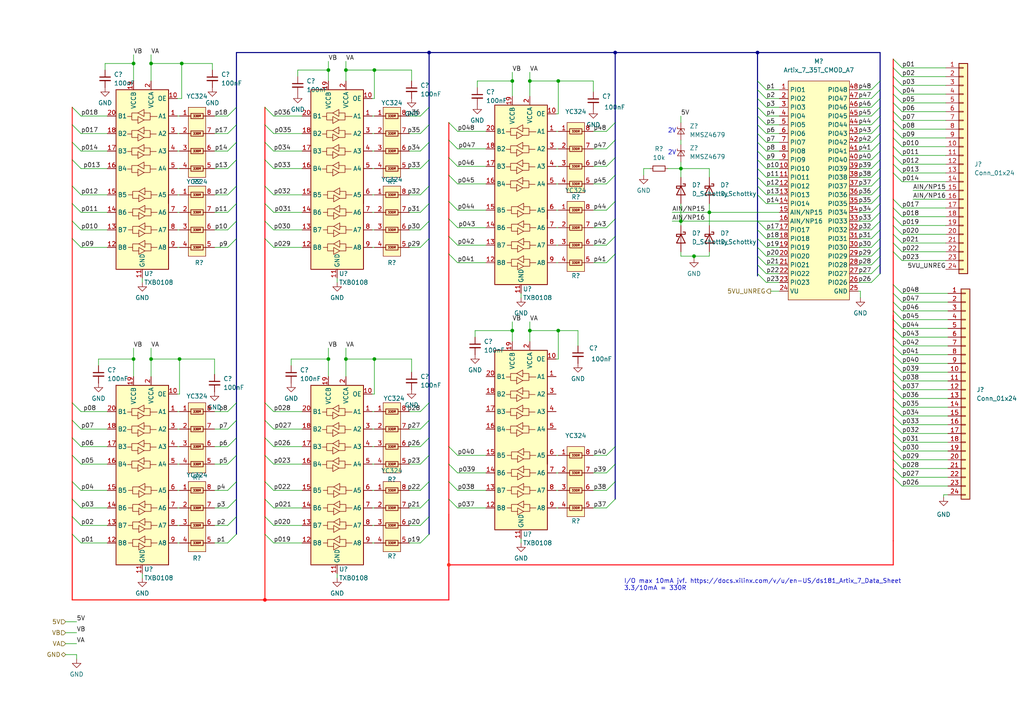
<source format=kicad_sch>
(kicad_sch (version 20211123) (generator eeschema)
  (paper "A4")
  (junction (at 153.67 95.885))
  (junction (at 124.46 15.24))
  (junction (at 108.585 20.32))
  (junction (at 76.835 173.99) (color 255 6 10 1))
  (junction (at 197.485 48.895))
  (junction (at 161.925 23.495))
  (junction (at 100.33 104.14))
  (junction (at 205.74 61.595))
  (junction (at 219.71 15.24))
  (junction (at 38.735 104.14))
  (junction (at 178.435 15.24))
  (junction (at 161.925 95.885))
  (junction (at 52.07 104.14))
  (junction (at 38.735 18.415))
  (junction (at 148.59 23.495))
  (junction (at 52.705 18.415))
  (junction (at 153.67 23.495))
  (junction (at 108.585 104.14))
  (junction (at 95.25 104.14))
  (junction (at 130.175 163.83) (color 255 43 29 1))
  (junction (at 197.485 64.135))
  (junction (at 43.815 104.14))
  (junction (at 43.815 18.415))
  (junction (at 95.25 20.32))
  (junction (at 100.33 20.32))
  (junction (at 201.295 74.295))
  (junction (at 148.59 95.885))
  (bus_entry (at 66.04 43.815) (size 2.54 -2.54))
  (bus_entry (at 261.62 90.17) (size -2.54 -2.54))
  (bus_entry (at 219.71 36.195) (size 2.54 2.54))
  (bus_entry (at 261.62 128.27) (size -2.54 -2.54))
  (bus_entry (at 259.08 67.945) (size 2.54 2.54))
  (bus_entry (at 261.62 92.71) (size -2.54 -2.54))
  (bus_entry (at 259.08 22.225) (size 2.54 2.54))
  (bus_entry (at 219.71 33.655) (size 2.54 2.54))
  (bus_entry (at 259.08 60.325) (size 2.54 2.54))
  (bus_entry (at 259.08 27.305) (size 2.54 2.54))
  (bus_entry (at 20.955 46.355) (size 2.54 2.54))
  (bus_entry (at 252.73 26.035) (size 2.54 -2.54))
  (bus_entry (at 259.08 57.785) (size 2.54 2.54))
  (bus_entry (at 219.71 31.115) (size 2.54 2.54))
  (bus_entry (at 66.04 61.595) (size 2.54 -2.54))
  (bus_entry (at 76.835 41.275) (size 2.54 2.54))
  (bus_entry (at 219.71 23.495) (size 2.54 2.54))
  (bus_entry (at 76.835 59.055) (size 2.54 2.54))
  (bus_entry (at 20.955 149.86) (size 2.54 2.54))
  (bus_entry (at 121.92 38.735) (size 2.54 -2.54))
  (bus_entry (at 130.175 129.54) (size 2.54 2.54))
  (bus_entry (at 121.92 61.595) (size 2.54 -2.54))
  (bus_entry (at 130.175 40.64) (size 2.54 2.54))
  (bus_entry (at 66.04 71.755) (size 2.54 -2.54))
  (bus_entry (at 259.08 138.43) (size 2.54 2.54))
  (bus_entry (at 219.71 26.035) (size 2.54 2.54))
  (bus_entry (at 259.08 62.865) (size 2.54 2.54))
  (bus_entry (at 76.835 154.94) (size 2.54 2.54))
  (bus_entry (at 259.08 24.765) (size 2.54 2.54))
  (bus_entry (at 130.175 58.42) (size 2.54 2.54))
  (bus_entry (at 76.835 116.84) (size 2.54 2.54))
  (bus_entry (at 76.835 132.08) (size 2.54 2.54))
  (bus_entry (at 261.62 87.63) (size -2.54 -2.54))
  (bus_entry (at 252.73 31.115) (size 2.54 -2.54))
  (bus_entry (at 252.73 81.915) (size 2.54 -2.54))
  (bus_entry (at 219.71 51.435) (size 2.54 2.54))
  (bus_entry (at 261.62 113.03) (size -2.54 -2.54))
  (bus_entry (at 76.835 139.7) (size 2.54 2.54))
  (bus_entry (at 261.62 135.89) (size -2.54 -2.54))
  (bus_entry (at 219.71 69.215) (size 2.54 2.54))
  (bus_entry (at 259.08 50.165) (size 2.54 2.54))
  (bus_entry (at 66.04 48.895) (size 2.54 -2.54))
  (bus_entry (at 130.175 63.5) (size 2.54 2.54))
  (bus_entry (at 130.175 139.7) (size 2.54 2.54))
  (bus_entry (at 261.62 107.95) (size -2.54 -2.54))
  (bus_entry (at 76.835 36.195) (size 2.54 2.54))
  (bus_entry (at 259.08 32.385) (size 2.54 2.54))
  (bus_entry (at 130.175 144.78) (size 2.54 2.54))
  (bus_entry (at 259.08 73.025) (size 2.54 2.54))
  (bus_entry (at 259.08 19.685) (size 2.54 2.54))
  (bus_entry (at 175.895 60.96) (size 2.54 -2.54))
  (bus_entry (at 66.04 38.735) (size 2.54 -2.54))
  (bus_entry (at 175.895 53.34) (size 2.54 -2.54))
  (bus_entry (at 121.92 142.24) (size 2.54 -2.54))
  (bus_entry (at 175.895 137.16) (size 2.54 -2.54))
  (bus_entry (at 261.62 123.19) (size -2.54 -2.54))
  (bus_entry (at 219.71 48.895) (size 2.54 2.54))
  (bus_entry (at 259.08 17.145) (size 2.54 2.54))
  (bus_entry (at 76.835 31.115) (size 2.54 2.54))
  (bus_entry (at 252.73 56.515) (size 2.54 -2.54))
  (bus_entry (at 259.08 42.545) (size 2.54 2.54))
  (bus_entry (at 121.92 119.38) (size 2.54 -2.54))
  (bus_entry (at 66.04 119.38) (size 2.54 -2.54))
  (bus_entry (at 20.955 53.975) (size 2.54 2.54))
  (bus_entry (at 20.955 116.84) (size 2.54 2.54))
  (bus_entry (at 252.73 76.835) (size 2.54 -2.54))
  (bus_entry (at 252.73 33.655) (size 2.54 -2.54))
  (bus_entry (at 121.92 66.675) (size 2.54 -2.54))
  (bus_entry (at 20.955 36.195) (size 2.54 2.54))
  (bus_entry (at 76.835 127) (size 2.54 2.54))
  (bus_entry (at 261.62 105.41) (size -2.54 -2.54))
  (bus_entry (at 219.71 56.515) (size 2.54 2.54))
  (bus_entry (at 121.92 129.54) (size 2.54 -2.54))
  (bus_entry (at 130.175 73.66) (size 2.54 2.54))
  (bus_entry (at 261.62 133.35) (size -2.54 -2.54))
  (bus_entry (at 130.175 50.8) (size 2.54 2.54))
  (bus_entry (at 219.71 66.675) (size 2.54 2.54))
  (bus_entry (at 261.62 138.43) (size -2.54 -2.54))
  (bus_entry (at 252.73 48.895) (size 2.54 -2.54))
  (bus_entry (at 252.73 61.595) (size 2.54 -2.54))
  (bus_entry (at 261.62 110.49) (size -2.54 -2.54))
  (bus_entry (at 252.73 38.735) (size 2.54 -2.54))
  (bus_entry (at 121.92 48.895) (size 2.54 -2.54))
  (bus_entry (at 76.835 149.86) (size 2.54 2.54))
  (bus_entry (at 20.955 144.78) (size 2.54 2.54))
  (bus_entry (at 20.955 31.115) (size 2.54 2.54))
  (bus_entry (at 76.835 46.355) (size 2.54 2.54))
  (bus_entry (at 261.62 115.57) (size -2.54 -2.54))
  (bus_entry (at 130.175 45.72) (size 2.54 2.54))
  (bus_entry (at 121.92 33.655) (size 2.54 -2.54))
  (bus_entry (at 66.04 66.675) (size 2.54 -2.54))
  (bus_entry (at 261.62 120.65) (size -2.54 -2.54))
  (bus_entry (at 20.955 154.94) (size 2.54 2.54))
  (bus_entry (at 219.71 38.735) (size 2.54 2.54))
  (bus_entry (at 252.73 53.975) (size 2.54 -2.54))
  (bus_entry (at 261.62 118.11) (size -2.54 -2.54))
  (bus_entry (at 259.08 70.485) (size 2.54 2.54))
  (bus_entry (at 130.175 35.56) (size 2.54 2.54))
  (bus_entry (at 66.04 134.62) (size 2.54 -2.54))
  (bus_entry (at 252.73 28.575) (size 2.54 -2.54))
  (bus_entry (at 76.835 64.135) (size 2.54 2.54))
  (bus_entry (at 121.92 134.62) (size 2.54 -2.54))
  (bus_entry (at 219.71 71.755) (size 2.54 2.54))
  (bus_entry (at 66.04 157.48) (size 2.54 -2.54))
  (bus_entry (at 252.73 46.355) (size 2.54 -2.54))
  (bus_entry (at 175.895 66.04) (size 2.54 -2.54))
  (bus_entry (at 252.73 51.435) (size 2.54 -2.54))
  (bus_entry (at 121.92 157.48) (size 2.54 -2.54))
  (bus_entry (at 66.04 33.655) (size 2.54 -2.54))
  (bus_entry (at 252.73 69.215) (size 2.54 -2.54))
  (bus_entry (at 259.08 65.405) (size 2.54 2.54))
  (bus_entry (at 20.955 127) (size 2.54 2.54))
  (bus_entry (at 121.92 71.755) (size 2.54 -2.54))
  (bus_entry (at 66.04 147.32) (size 2.54 -2.54))
  (bus_entry (at 175.895 48.26) (size 2.54 -2.54))
  (bus_entry (at 20.955 41.275) (size 2.54 2.54))
  (bus_entry (at 252.73 71.755) (size 2.54 -2.54))
  (bus_entry (at 219.71 41.275) (size 2.54 2.54))
  (bus_entry (at 20.955 69.215) (size 2.54 2.54))
  (bus_entry (at 261.62 85.09) (size -2.54 -2.54))
  (bus_entry (at 252.73 59.055) (size 2.54 -2.54))
  (bus_entry (at 261.62 125.73) (size -2.54 -2.54))
  (bus_entry (at 259.08 40.005) (size 2.54 2.54))
  (bus_entry (at 261.62 130.81) (size -2.54 -2.54))
  (bus_entry (at 259.08 34.925) (size 2.54 2.54))
  (bus_entry (at 252.73 36.195) (size 2.54 -2.54))
  (bus_entry (at 219.71 76.835) (size 2.54 2.54))
  (bus_entry (at 252.73 64.135) (size 2.54 -2.54))
  (bus_entry (at 121.92 124.46) (size 2.54 -2.54))
  (bus_entry (at 20.955 64.135) (size 2.54 2.54))
  (bus_entry (at 121.92 56.515) (size 2.54 -2.54))
  (bus_entry (at 219.71 74.295) (size 2.54 2.54))
  (bus_entry (at 252.73 66.675) (size 2.54 -2.54))
  (bus_entry (at 259.08 47.625) (size 2.54 2.54))
  (bus_entry (at 261.62 97.79) (size -2.54 -2.54))
  (bus_entry (at 219.71 28.575) (size 2.54 2.54))
  (bus_entry (at 219.71 79.375) (size 2.54 2.54))
  (bus_entry (at 259.08 29.845) (size 2.54 2.54))
  (bus_entry (at 130.175 134.62) (size 2.54 2.54))
  (bus_entry (at 20.955 139.7) (size 2.54 2.54))
  (bus_entry (at 252.73 74.295) (size 2.54 -2.54))
  (bus_entry (at 20.955 59.055) (size 2.54 2.54))
  (bus_entry (at 252.73 43.815) (size 2.54 -2.54))
  (bus_entry (at 20.955 132.08) (size 2.54 2.54))
  (bus_entry (at 76.835 144.78) (size 2.54 2.54))
  (bus_entry (at 66.04 152.4) (size 2.54 -2.54))
  (bus_entry (at 259.08 37.465) (size 2.54 2.54))
  (bus_entry (at 219.71 43.815) (size 2.54 2.54))
  (bus_entry (at 76.835 69.215) (size 2.54 2.54))
  (bus_entry (at 175.895 76.2) (size 2.54 -2.54))
  (bus_entry (at 66.04 124.46) (size 2.54 -2.54))
  (bus_entry (at 175.895 147.32) (size 2.54 -2.54))
  (bus_entry (at 76.835 53.975) (size 2.54 2.54))
  (bus_entry (at 219.71 64.135) (size 2.54 2.54))
  (bus_entry (at 175.895 132.08) (size 2.54 -2.54))
  (bus_entry (at 66.04 56.515) (size 2.54 -2.54))
  (bus_entry (at 261.62 95.25) (size -2.54 -2.54))
  (bus_entry (at 261.62 102.87) (size -2.54 -2.54))
  (bus_entry (at 20.955 121.92) (size 2.54 2.54))
  (bus_entry (at 219.71 53.975) (size 2.54 2.54))
  (bus_entry (at 76.835 121.92) (size 2.54 2.54))
  (bus_entry (at 175.895 142.24) (size 2.54 -2.54))
  (bus_entry (at 66.04 142.24) (size 2.54 -2.54))
  (bus_entry (at 252.73 79.375) (size 2.54 -2.54))
  (bus_entry (at 175.895 71.12) (size 2.54 -2.54))
  (bus_entry (at 66.04 129.54) (size 2.54 -2.54))
  (bus_entry (at 219.71 46.355) (size 2.54 2.54))
  (bus_entry (at 121.92 152.4) (size 2.54 -2.54))
  (bus_entry (at 175.895 43.18) (size 2.54 -2.54))
  (bus_entry (at 130.175 68.58) (size 2.54 2.54))
  (bus_entry (at 121.92 147.32) (size 2.54 -2.54))
  (bus_entry (at 259.08 45.085) (size 2.54 2.54))
  (bus_entry (at 175.895 38.1) (size 2.54 -2.54))
  (bus_entry (at 121.92 43.815) (size 2.54 -2.54))
  (bus_entry (at 261.62 100.33) (size -2.54 -2.54))
  (bus_entry (at 252.73 41.275) (size 2.54 -2.54))
  (wire (pts (xy 38.735 104.14) (xy 38.735 100.965)))
  (wire (pts (xy 108.585 104.14) (xy 119.38 104.14)))
  (wire (pts (xy 222.25 69.215) (xy 226.06 69.215)))
  (bus (pts (xy 219.71 66.675) (xy 219.71 69.215)))
  (wire (pts (xy 222.25 66.675) (xy 226.06 66.675)))
  (wire (pts (xy 62.23 152.4) (xy 66.04 152.4)))
  (wire (pts (xy 23.495 48.895) (xy 31.115 48.895)))
  (wire (pts (xy 100.33 104.14) (xy 100.33 109.22)))
  (wire (pts (xy 132.715 76.2) (xy 140.97 76.2)))
  (wire (pts (xy 248.92 36.195) (xy 252.73 36.195)))
  (bus (pts (xy 255.27 74.295) (xy 255.27 71.755)))
  (wire (pts (xy 248.92 38.735) (xy 252.73 38.735)))
  (bus (pts (xy 259.08 32.385) (xy 259.08 29.845)) (stroke (width 0) (color 255 22 26 1)))
  (wire (pts (xy 51.435 38.735) (xy 52.07 38.735)))
  (bus (pts (xy 178.435 40.64) (xy 178.435 45.72)))
  (wire (pts (xy 161.29 53.34) (xy 161.925 53.34)))
  (wire (pts (xy 261.62 125.73) (xy 274.955 125.73)))
  (bus (pts (xy 76.835 59.055) (xy 76.835 64.135)) (stroke (width 0) (color 255 8 10 1)))
  (bus (pts (xy 259.08 125.73) (xy 259.08 123.19)) (stroke (width 0) (color 255 22 26 1)))
  (bus (pts (xy 68.58 139.7) (xy 68.58 144.78)))
  (bus (pts (xy 76.835 144.78) (xy 76.835 149.86)) (stroke (width 0) (color 255 0 2 1)))
  (bus (pts (xy 20.955 173.99) (xy 76.835 173.99)) (stroke (width 0) (color 255 23 16 1)))
  (wire (pts (xy 118.745 142.24) (xy 121.92 142.24)))
  (wire (pts (xy 248.92 69.215) (xy 252.73 69.215)))
  (bus (pts (xy 68.58 46.355) (xy 68.58 53.975)))
  (wire (pts (xy 261.62 65.405) (xy 274.32 65.405)))
  (wire (pts (xy 261.62 62.865) (xy 274.32 62.865)))
  (wire (pts (xy 23.495 33.655) (xy 31.115 33.655)))
  (bus (pts (xy 76.835 64.135) (xy 76.835 69.215)) (stroke (width 0) (color 255 3 20 1)))
  (wire (pts (xy 201.295 74.295) (xy 201.295 74.93)))
  (wire (pts (xy 43.815 100.965) (xy 43.815 104.14)))
  (wire (pts (xy 197.485 59.055) (xy 197.485 64.135)))
  (wire (pts (xy 118.745 61.595) (xy 121.92 61.595)))
  (bus (pts (xy 68.58 69.215) (xy 68.58 116.84)))
  (bus (pts (xy 255.27 28.575) (xy 255.27 26.035)))
  (wire (pts (xy 118.745 38.735) (xy 121.92 38.735)))
  (bus (pts (xy 255.27 61.595) (xy 255.27 59.055)))
  (wire (pts (xy 161.925 33.02) (xy 161.925 23.495)))
  (bus (pts (xy 219.71 71.755) (xy 219.71 74.295)))
  (wire (pts (xy 248.92 33.655) (xy 252.73 33.655)))
  (bus (pts (xy 68.58 59.055) (xy 68.58 64.135)))
  (wire (pts (xy 261.62 22.225) (xy 274.32 22.225)))
  (wire (pts (xy 62.23 66.675) (xy 66.04 66.675)))
  (wire (pts (xy 43.815 18.415) (xy 43.815 23.495)))
  (bus (pts (xy 255.27 38.735) (xy 255.27 36.195)))
  (bus (pts (xy 76.835 139.7) (xy 76.835 144.78)) (stroke (width 0) (color 255 6 19 1)))
  (bus (pts (xy 259.08 19.685) (xy 259.08 17.145)) (stroke (width 0) (color 255 22 26 1)))
  (bus (pts (xy 178.435 129.54) (xy 178.435 134.62)))
  (bus (pts (xy 178.435 50.8) (xy 178.435 58.42)))
  (wire (pts (xy 172.085 43.18) (xy 175.895 43.18)))
  (bus (pts (xy 130.175 173.99) (xy 130.175 163.83)) (stroke (width 0) (color 255 7 26 1)))
  (wire (pts (xy 264.795 57.785) (xy 274.32 57.785)))
  (wire (pts (xy 51.435 56.515) (xy 52.07 56.515)))
  (wire (pts (xy 52.07 71.755) (xy 51.435 71.755)))
  (wire (pts (xy 19.05 183.515) (xy 22.225 183.515)))
  (wire (pts (xy 38.735 15.875) (xy 38.735 18.415)))
  (wire (pts (xy 274.955 143.51) (xy 273.685 143.51)))
  (wire (pts (xy 222.25 41.275) (xy 226.06 41.275)))
  (bus (pts (xy 219.71 36.195) (xy 219.71 38.735)))
  (wire (pts (xy 222.25 48.895) (xy 226.06 48.895)))
  (wire (pts (xy 86.36 22.225) (xy 86.36 20.32)))
  (bus (pts (xy 255.27 23.495) (xy 255.27 15.24)))
  (wire (pts (xy 118.745 119.38) (xy 121.92 119.38)))
  (wire (pts (xy 62.23 104.14) (xy 62.23 108.585)))
  (bus (pts (xy 259.08 133.35) (xy 259.08 130.81)) (stroke (width 0) (color 255 22 26 1)))
  (wire (pts (xy 167.64 95.885) (xy 161.925 95.885)))
  (bus (pts (xy 20.955 154.94) (xy 20.955 149.86)) (stroke (width 0) (color 255 22 26 1)))
  (wire (pts (xy 132.715 147.32) (xy 140.97 147.32)))
  (wire (pts (xy 137.795 95.885) (xy 148.59 95.885)))
  (wire (pts (xy 97.79 166.37) (xy 97.79 167.64)))
  (wire (pts (xy 261.62 42.545) (xy 274.32 42.545)))
  (wire (pts (xy 197.485 46.99) (xy 197.485 48.895)))
  (bus (pts (xy 259.08 62.865) (xy 259.08 60.325)) (stroke (width 0) (color 255 22 26 1)))
  (wire (pts (xy 19.05 186.69) (xy 22.225 186.69)))
  (bus (pts (xy 130.175 73.66) (xy 130.175 129.54)) (stroke (width 0) (color 255 22 26 1)))
  (bus (pts (xy 20.955 139.7) (xy 20.955 132.08)) (stroke (width 0) (color 255 40 40 1)))
  (wire (pts (xy 197.485 64.135) (xy 219.71 64.135)))
  (wire (pts (xy 261.62 135.89) (xy 274.955 135.89)))
  (bus (pts (xy 259.08 82.55) (xy 259.08 73.025)) (stroke (width 0) (color 255 22 26 1)))
  (wire (pts (xy 62.23 61.595) (xy 66.04 61.595)))
  (bus (pts (xy 255.27 69.215) (xy 255.27 66.675)))
  (bus (pts (xy 20.955 127) (xy 20.955 121.92)) (stroke (width 0) (color 255 40 40 1)))
  (wire (pts (xy 107.95 157.48) (xy 108.585 157.48)))
  (bus (pts (xy 20.955 144.78) (xy 20.955 139.7)) (stroke (width 0) (color 255 22 26 1)))
  (wire (pts (xy 153.67 95.885) (xy 153.67 99.06)))
  (wire (pts (xy 132.715 137.16) (xy 140.97 137.16)))
  (wire (pts (xy 205.74 61.595) (xy 205.74 65.405)))
  (bus (pts (xy 68.58 31.115) (xy 68.58 36.195)))
  (wire (pts (xy 172.085 132.08) (xy 175.895 132.08)))
  (wire (pts (xy 248.92 66.675) (xy 252.73 66.675)))
  (wire (pts (xy 248.92 48.895) (xy 252.73 48.895)))
  (bus (pts (xy 219.71 76.835) (xy 219.71 79.375)))
  (bus (pts (xy 259.08 135.89) (xy 259.08 133.35)) (stroke (width 0) (color 255 22 26 1)))
  (wire (pts (xy 248.92 53.975) (xy 252.73 53.975)))
  (wire (pts (xy 248.92 46.355) (xy 252.73 46.355)))
  (bus (pts (xy 124.46 69.215) (xy 124.46 116.84)))
  (wire (pts (xy 62.23 119.38) (xy 66.04 119.38)))
  (wire (pts (xy 51.435 119.38) (xy 52.07 119.38)))
  (bus (pts (xy 178.435 73.66) (xy 178.435 129.54)))
  (bus (pts (xy 259.08 95.25) (xy 259.08 92.71)) (stroke (width 0) (color 255 22 26 1)))
  (wire (pts (xy 51.435 142.24) (xy 52.07 142.24)))
  (wire (pts (xy 261.62 27.305) (xy 274.32 27.305)))
  (wire (pts (xy 118.745 43.815) (xy 121.92 43.815)))
  (wire (pts (xy 51.435 147.32) (xy 52.07 147.32)))
  (wire (pts (xy 118.745 129.54) (xy 121.92 129.54)))
  (bus (pts (xy 219.71 69.215) (xy 219.71 71.755)))
  (wire (pts (xy 52.07 104.14) (xy 52.07 114.3)))
  (bus (pts (xy 259.08 118.11) (xy 259.08 115.57)) (stroke (width 0) (color 255 22 26 1)))
  (bus (pts (xy 259.08 120.65) (xy 259.08 118.11)) (stroke (width 0) (color 255 22 26 1)))
  (wire (pts (xy 222.25 26.035) (xy 226.06 26.035)))
  (wire (pts (xy 108.585 61.595) (xy 107.95 61.595)))
  (wire (pts (xy 249.555 86.36) (xy 249.555 84.455)))
  (wire (pts (xy 261.62 60.325) (xy 274.32 60.325)))
  (wire (pts (xy 172.085 71.12) (xy 175.895 71.12)))
  (wire (pts (xy 41.275 166.37) (xy 41.275 167.64)))
  (bus (pts (xy 259.08 97.79) (xy 259.08 95.25)) (stroke (width 0) (color 255 22 26 1)))
  (wire (pts (xy 261.62 102.87) (xy 274.955 102.87)))
  (bus (pts (xy 255.27 76.835) (xy 255.27 74.295)))
  (wire (pts (xy 261.62 140.97) (xy 274.955 140.97)))
  (wire (pts (xy 248.92 31.115) (xy 252.73 31.115)))
  (wire (pts (xy 222.25 56.515) (xy 226.06 56.515)))
  (wire (pts (xy 62.23 71.755) (xy 66.04 71.755)))
  (wire (pts (xy 132.715 53.34) (xy 140.97 53.34)))
  (bus (pts (xy 124.46 59.055) (xy 124.46 64.135)))
  (wire (pts (xy 23.495 134.62) (xy 31.115 134.62)))
  (wire (pts (xy 79.375 157.48) (xy 87.63 157.48)))
  (wire (pts (xy 261.62 75.565) (xy 274.32 75.565)))
  (bus (pts (xy 124.46 64.135) (xy 124.46 69.215)))
  (bus (pts (xy 219.71 15.24) (xy 255.27 15.24)))
  (wire (pts (xy 261.62 45.085) (xy 274.32 45.085)))
  (wire (pts (xy 38.735 109.22) (xy 38.735 104.14)))
  (wire (pts (xy 261.62 130.81) (xy 274.955 130.81)))
  (wire (pts (xy 261.62 92.71) (xy 274.955 92.71)))
  (wire (pts (xy 84.455 104.14) (xy 95.25 104.14)))
  (wire (pts (xy 95.25 17.78) (xy 95.25 20.32)))
  (bus (pts (xy 178.435 15.24) (xy 178.435 35.56)))
  (wire (pts (xy 43.815 104.14) (xy 43.815 109.22)))
  (wire (pts (xy 261.62 128.27) (xy 274.955 128.27)))
  (wire (pts (xy 138.43 25.4) (xy 138.43 23.495)))
  (bus (pts (xy 255.27 36.195) (xy 255.27 33.655)))
  (wire (pts (xy 161.925 71.12) (xy 161.29 71.12)))
  (wire (pts (xy 108.585 20.32) (xy 100.33 20.32)))
  (wire (pts (xy 261.62 133.35) (xy 274.955 133.35)))
  (bus (pts (xy 76.835 121.92) (xy 76.835 127)) (stroke (width 0) (color 255 12 25 1)))
  (bus (pts (xy 130.175 68.58) (xy 130.175 73.66)) (stroke (width 0) (color 255 22 26 1)))
  (wire (pts (xy 151.13 85.09) (xy 151.13 86.36)))
  (wire (pts (xy 264.795 55.245) (xy 274.32 55.245)))
  (wire (pts (xy 43.815 104.14) (xy 52.07 104.14)))
  (wire (pts (xy 107.95 147.32) (xy 108.585 147.32)))
  (bus (pts (xy 219.71 28.575) (xy 219.71 31.115)))
  (wire (pts (xy 248.92 61.595) (xy 252.73 61.595)))
  (bus (pts (xy 259.08 50.165) (xy 259.08 47.625)) (stroke (width 0) (color 255 22 26 1)))
  (wire (pts (xy 222.25 53.975) (xy 226.06 53.975)))
  (wire (pts (xy 248.92 59.055) (xy 252.73 59.055)))
  (wire (pts (xy 79.375 61.595) (xy 87.63 61.595)))
  (wire (pts (xy 186.69 50.8) (xy 186.69 48.895)))
  (bus (pts (xy 259.08 95.25) (xy 259.08 92.71)) (stroke (width 0) (color 255 16 18 1)))
  (wire (pts (xy 118.745 134.62) (xy 121.92 134.62)))
  (wire (pts (xy 79.375 119.38) (xy 87.63 119.38)))
  (bus (pts (xy 178.435 139.7) (xy 178.435 144.78)))
  (wire (pts (xy 261.62 95.25) (xy 274.955 95.25)))
  (wire (pts (xy 172.085 147.32) (xy 175.895 147.32)))
  (bus (pts (xy 124.46 46.355) (xy 124.46 53.975)))
  (wire (pts (xy 23.495 56.515) (xy 31.115 56.515)))
  (bus (pts (xy 219.71 43.815) (xy 219.71 46.355)))
  (wire (pts (xy 132.715 43.18) (xy 140.97 43.18)))
  (wire (pts (xy 172.085 137.16) (xy 175.895 137.16)))
  (wire (pts (xy 261.62 40.005) (xy 274.32 40.005)))
  (bus (pts (xy 20.955 64.135) (xy 20.955 59.055)) (stroke (width 0) (color 255 40 40 1)))
  (wire (pts (xy 107.95 129.54) (xy 108.585 129.54)))
  (bus (pts (xy 68.58 53.975) (xy 68.58 59.055)))
  (wire (pts (xy 172.085 142.24) (xy 175.895 142.24)))
  (wire (pts (xy 161.29 48.26) (xy 161.925 48.26)))
  (wire (pts (xy 62.23 43.815) (xy 66.04 43.815)))
  (bus (pts (xy 255.27 56.515) (xy 255.27 53.975)))
  (wire (pts (xy 161.29 38.1) (xy 161.925 38.1)))
  (wire (pts (xy 261.62 70.485) (xy 274.32 70.485)))
  (wire (pts (xy 219.71 64.135) (xy 226.06 64.135)))
  (bus (pts (xy 259.08 102.87) (xy 259.08 100.33)) (stroke (width 0) (color 255 22 26 1)))
  (wire (pts (xy 261.62 47.625) (xy 274.32 47.625)))
  (wire (pts (xy 79.375 152.4) (xy 87.63 152.4)))
  (wire (pts (xy 205.74 61.595) (xy 226.06 61.595)))
  (wire (pts (xy 118.745 147.32) (xy 121.92 147.32)))
  (wire (pts (xy 161.925 95.885) (xy 161.925 104.14)))
  (bus (pts (xy 124.46 53.975) (xy 124.46 59.055)))
  (wire (pts (xy 119.38 23.495) (xy 119.38 20.32)))
  (bus (pts (xy 178.435 134.62) (xy 178.435 139.7)))
  (wire (pts (xy 186.69 48.895) (xy 188.595 48.895)))
  (bus (pts (xy 259.08 27.305) (xy 259.08 24.765)) (stroke (width 0) (color 255 22 26 1)))
  (bus (pts (xy 130.175 129.54) (xy 130.175 134.62)) (stroke (width 0) (color 255 22 26 1)))
  (wire (pts (xy 62.23 147.32) (xy 66.04 147.32)))
  (wire (pts (xy 51.435 48.895) (xy 52.07 48.895)))
  (bus (pts (xy 68.58 116.84) (xy 68.58 121.92)))
  (wire (pts (xy 261.62 118.11) (xy 274.955 118.11)))
  (wire (pts (xy 261.62 120.65) (xy 274.955 120.65)))
  (wire (pts (xy 118.745 56.515) (xy 121.92 56.515)))
  (wire (pts (xy 261.62 32.385) (xy 274.32 32.385)))
  (wire (pts (xy 222.25 38.735) (xy 226.06 38.735)))
  (bus (pts (xy 20.955 46.355) (xy 20.955 41.275)) (stroke (width 0) (color 255 40 40 1)))
  (wire (pts (xy 62.23 129.54) (xy 66.04 129.54)))
  (wire (pts (xy 38.735 18.415) (xy 38.735 23.495)))
  (wire (pts (xy 172.085 60.96) (xy 175.895 60.96)))
  (wire (pts (xy 261.62 138.43) (xy 274.955 138.43)))
  (bus (pts (xy 20.955 41.275) (xy 20.955 36.195)) (stroke (width 0) (color 255 40 40 1)))
  (bus (pts (xy 76.835 41.275) (xy 76.835 46.355)) (stroke (width 0) (color 255 6 12 1)))
  (wire (pts (xy 222.25 33.655) (xy 226.06 33.655)))
  (bus (pts (xy 124.46 41.275) (xy 124.46 46.355)))
  (bus (pts (xy 68.58 41.275) (xy 68.58 46.355)))
  (wire (pts (xy 261.62 90.17) (xy 274.955 90.17)))
  (wire (pts (xy 261.62 19.685) (xy 274.32 19.685)))
  (bus (pts (xy 124.46 132.08) (xy 124.46 139.7)))
  (wire (pts (xy 23.495 129.54) (xy 31.115 129.54)))
  (bus (pts (xy 130.175 40.64) (xy 130.175 45.72)) (stroke (width 0) (color 255 22 26 1)))
  (wire (pts (xy 161.29 147.32) (xy 161.925 147.32)))
  (bus (pts (xy 259.08 92.71) (xy 259.08 91.44)) (stroke (width 0) (color 255 16 18 1)))
  (wire (pts (xy 84.455 106.045) (xy 84.455 104.14)))
  (bus (pts (xy 259.08 107.95) (xy 259.08 105.41)) (stroke (width 0) (color 255 22 26 1)))
  (wire (pts (xy 161.925 76.2) (xy 161.29 76.2)))
  (bus (pts (xy 219.71 51.435) (xy 219.71 53.975)))
  (bus (pts (xy 259.08 85.09) (xy 259.08 82.55)) (stroke (width 0) (color 255 22 26 1)))
  (wire (pts (xy 261.62 50.165) (xy 274.32 50.165)))
  (bus (pts (xy 20.955 53.975) (xy 20.955 46.355)) (stroke (width 0) (color 255 40 40 1)))
  (wire (pts (xy 118.745 71.755) (xy 121.92 71.755)))
  (bus (pts (xy 130.175 163.83) (xy 259.08 163.83)) (stroke (width 0) (color 255 12 23 1)))
  (bus (pts (xy 259.08 42.545) (xy 259.08 40.005)) (stroke (width 0) (color 255 22 26 1)))
  (wire (pts (xy 107.95 119.38) (xy 108.585 119.38)))
  (wire (pts (xy 248.92 81.915) (xy 252.73 81.915)))
  (wire (pts (xy 153.67 23.495) (xy 153.67 27.94)))
  (wire (pts (xy 107.95 124.46) (xy 108.585 124.46)))
  (bus (pts (xy 255.27 59.055) (xy 255.27 56.515)))
  (wire (pts (xy 79.375 56.515) (xy 87.63 56.515)))
  (bus (pts (xy 259.08 110.49) (xy 259.08 107.95)) (stroke (width 0) (color 255 22 26 1)))
  (wire (pts (xy 79.375 129.54) (xy 87.63 129.54)))
  (bus (pts (xy 255.27 46.355) (xy 255.27 43.815)))
  (bus (pts (xy 255.27 31.115) (xy 255.27 28.575)))
  (bus (pts (xy 259.08 67.945) (xy 259.08 65.405)) (stroke (width 0) (color 255 22 26 1)))
  (bus (pts (xy 255.27 43.815) (xy 255.27 41.275)))
  (bus (pts (xy 259.08 37.465) (xy 259.08 34.925)) (stroke (width 0) (color 255 22 26 1)))
  (bus (pts (xy 178.435 15.24) (xy 219.71 15.24)))
  (wire (pts (xy 153.67 95.885) (xy 161.925 95.885)))
  (bus (pts (xy 255.27 53.975) (xy 255.27 51.435)))
  (wire (pts (xy 261.62 110.49) (xy 274.955 110.49)))
  (wire (pts (xy 161.29 33.02) (xy 161.925 33.02)))
  (bus (pts (xy 76.835 173.99) (xy 130.175 173.99)) (stroke (width 0) (color 255 12 25 1)))
  (bus (pts (xy 219.71 38.735) (xy 219.71 41.275)))
  (wire (pts (xy 118.745 152.4) (xy 121.92 152.4)))
  (wire (pts (xy 51.435 33.655) (xy 52.07 33.655)))
  (wire (pts (xy 172.085 66.04) (xy 175.895 66.04)))
  (wire (pts (xy 100.33 104.14) (xy 108.585 104.14)))
  (wire (pts (xy 23.495 38.735) (xy 31.115 38.735)))
  (wire (pts (xy 62.23 124.46) (xy 66.04 124.46)))
  (bus (pts (xy 124.46 139.7) (xy 124.46 144.78)))
  (wire (pts (xy 222.25 76.835) (xy 226.06 76.835)))
  (wire (pts (xy 79.375 38.735) (xy 87.63 38.735)))
  (wire (pts (xy 100.33 100.965) (xy 100.33 104.14)))
  (wire (pts (xy 30.48 18.415) (xy 38.735 18.415)))
  (bus (pts (xy 259.08 70.485) (xy 259.08 73.025)) (stroke (width 0) (color 255 22 26 1)))
  (wire (pts (xy 52.705 28.575) (xy 52.705 18.415)))
  (wire (pts (xy 23.495 119.38) (xy 31.115 119.38)))
  (wire (pts (xy 261.62 73.025) (xy 274.32 73.025)))
  (wire (pts (xy 172.085 26.67) (xy 172.085 23.495)))
  (wire (pts (xy 79.375 48.895) (xy 87.63 48.895)))
  (wire (pts (xy 167.64 95.885) (xy 167.64 100.33)))
  (wire (pts (xy 197.485 73.025) (xy 197.485 74.295)))
  (wire (pts (xy 132.715 48.26) (xy 140.97 48.26)))
  (wire (pts (xy 19.05 180.34) (xy 22.225 180.34)))
  (bus (pts (xy 219.71 41.275) (xy 219.71 43.815)))
  (wire (pts (xy 161.925 66.04) (xy 161.29 66.04)))
  (wire (pts (xy 118.745 157.48) (xy 121.92 157.48)))
  (wire (pts (xy 51.435 28.575) (xy 52.705 28.575)))
  (bus (pts (xy 20.955 132.08) (xy 20.955 127)) (stroke (width 0) (color 255 40 40 1)))
  (wire (pts (xy 161.29 137.16) (xy 161.925 137.16)))
  (bus (pts (xy 68.58 121.92) (xy 68.58 127)))
  (bus (pts (xy 259.08 90.17) (xy 259.08 92.71)) (stroke (width 0) (color 255 22 26 1)))
  (wire (pts (xy 148.59 95.885) (xy 148.59 99.06)))
  (bus (pts (xy 68.58 64.135) (xy 68.58 69.215)))
  (wire (pts (xy 23.495 124.46) (xy 31.115 124.46)))
  (wire (pts (xy 261.62 85.09) (xy 274.955 85.09)))
  (wire (pts (xy 51.435 43.815) (xy 52.07 43.815)))
  (wire (pts (xy 107.95 38.735) (xy 108.585 38.735)))
  (wire (pts (xy 108.585 71.755) (xy 107.95 71.755)))
  (bus (pts (xy 20.955 116.84) (xy 20.955 69.215)) (stroke (width 0) (color 255 40 40 1)))
  (wire (pts (xy 194.945 61.595) (xy 205.74 61.595)))
  (bus (pts (xy 76.835 173.99) (xy 76.835 154.94)) (stroke (width 0) (color 255 36 30 1)))
  (bus (pts (xy 124.46 144.78) (xy 124.46 149.86)))
  (wire (pts (xy 132.715 142.24) (xy 140.97 142.24)))
  (bus (pts (xy 259.08 47.625) (xy 259.08 45.085)) (stroke (width 0) (color 255 22 26 1)))
  (wire (pts (xy 222.25 59.055) (xy 226.06 59.055)))
  (bus (pts (xy 130.175 63.5) (xy 130.175 68.58)) (stroke (width 0) (color 255 22 26 1)))
  (bus (pts (xy 255.27 66.675) (xy 255.27 64.135)))
  (wire (pts (xy 222.25 43.815) (xy 226.06 43.815)))
  (wire (pts (xy 23.495 66.675) (xy 31.115 66.675)))
  (wire (pts (xy 138.43 23.495) (xy 148.59 23.495)))
  (bus (pts (xy 255.27 64.135) (xy 255.27 61.595)))
  (wire (pts (xy 107.95 28.575) (xy 108.585 28.575)))
  (bus (pts (xy 255.27 71.755) (xy 255.27 69.215)))
  (wire (pts (xy 19.05 189.865) (xy 22.225 189.865)))
  (bus (pts (xy 76.835 53.975) (xy 76.835 59.055)) (stroke (width 0) (color 255 12 23 1)))
  (wire (pts (xy 107.95 142.24) (xy 108.585 142.24)))
  (bus (pts (xy 219.71 46.355) (xy 219.71 48.895)))
  (bus (pts (xy 68.58 144.78) (xy 68.58 149.86)))
  (bus (pts (xy 76.835 31.115) (xy 76.835 36.195)) (stroke (width 0) (color 255 31 20 1)))
  (wire (pts (xy 161.29 142.24) (xy 161.925 142.24)))
  (bus (pts (xy 68.58 132.08) (xy 68.58 139.7)))
  (wire (pts (xy 261.62 107.95) (xy 274.955 107.95)))
  (bus (pts (xy 259.08 90.17) (xy 259.08 87.63)) (stroke (width 0) (color 255 22 26 1)))
  (wire (pts (xy 248.92 64.135) (xy 252.73 64.135)))
  (bus (pts (xy 124.46 36.195) (xy 124.46 41.275)))
  (wire (pts (xy 222.25 81.915) (xy 226.06 81.915)))
  (bus (pts (xy 124.46 15.24) (xy 124.46 31.115)))
  (wire (pts (xy 107.95 152.4) (xy 108.585 152.4)))
  (bus (pts (xy 259.08 87.63) (xy 259.08 85.09)) (stroke (width 0) (color 255 22 26 1)))
  (wire (pts (xy 118.745 33.655) (xy 121.92 33.655)))
  (bus (pts (xy 259.08 128.27) (xy 259.08 125.73)) (stroke (width 0) (color 255 22 26 1)))
  (wire (pts (xy 132.715 60.96) (xy 140.97 60.96)))
  (wire (pts (xy 62.23 157.48) (xy 66.04 157.48)))
  (wire (pts (xy 161.925 60.96) (xy 161.29 60.96)))
  (wire (pts (xy 148.59 23.495) (xy 148.59 20.955)))
  (wire (pts (xy 22.225 191.135) (xy 22.225 189.865)))
  (wire (pts (xy 132.715 132.08) (xy 140.97 132.08)))
  (wire (pts (xy 97.79 80.645) (xy 97.79 81.915)))
  (wire (pts (xy 161.29 43.18) (xy 161.925 43.18)))
  (wire (pts (xy 23.495 61.595) (xy 31.115 61.595)))
  (wire (pts (xy 23.495 147.32) (xy 31.115 147.32)))
  (wire (pts (xy 151.13 156.21) (xy 151.13 157.48)))
  (bus (pts (xy 76.835 36.195) (xy 76.835 41.275)) (stroke (width 0) (color 255 7 23 1)))
  (wire (pts (xy 52.07 61.595) (xy 51.435 61.595)))
  (bus (pts (xy 219.71 23.495) (xy 219.71 26.035)))
  (bus (pts (xy 178.435 35.56) (xy 178.435 40.64)))
  (wire (pts (xy 222.25 36.195) (xy 226.06 36.195)))
  (wire (pts (xy 161.925 23.495) (xy 153.67 23.495)))
  (wire (pts (xy 153.67 20.955) (xy 153.67 23.495)))
  (bus (pts (xy 259.08 50.165) (xy 259.08 57.785)) (stroke (width 0) (color 255 22 26 1)))
  (bus (pts (xy 130.175 139.7) (xy 130.175 144.78)) (stroke (width 0) (color 255 22 26 1)))
  (wire (pts (xy 79.375 43.815) (xy 87.63 43.815)))
  (bus (pts (xy 130.175 58.42) (xy 130.175 63.5)) (stroke (width 0) (color 255 22 26 1)))
  (wire (pts (xy 28.575 104.14) (xy 38.735 104.14)))
  (bus (pts (xy 259.08 135.89) (xy 259.08 138.43)) (stroke (width 0) (color 255 22 26 1)))
  (bus (pts (xy 76.835 127) (xy 76.835 132.08)) (stroke (width 0) (color 255 2 0 1)))
  (wire (pts (xy 79.375 71.755) (xy 87.63 71.755)))
  (wire (pts (xy 51.435 157.48) (xy 52.07 157.48)))
  (bus (pts (xy 219.71 53.975) (xy 219.71 56.515)))
  (bus (pts (xy 20.955 36.195) (xy 20.955 31.115)) (stroke (width 0) (color 255 40 40 1)))
  (wire (pts (xy 222.25 51.435) (xy 226.06 51.435)))
  (bus (pts (xy 219.71 74.295) (xy 219.71 76.835)))
  (bus (pts (xy 255.27 51.435) (xy 255.27 48.895)))
  (bus (pts (xy 130.175 50.8) (xy 130.175 58.42)) (stroke (width 0) (color 255 22 26 1)))
  (bus (pts (xy 76.835 46.355) (xy 76.835 53.975)) (stroke (width 0) (color 255 12 18 1)))
  (bus (pts (xy 219.71 31.115) (xy 219.71 33.655)))
  (wire (pts (xy 261.62 123.19) (xy 274.955 123.19)))
  (wire (pts (xy 222.25 74.295) (xy 226.06 74.295)))
  (bus (pts (xy 255.27 41.275) (xy 255.27 38.735)))
  (wire (pts (xy 161.925 23.495) (xy 172.085 23.495)))
  (wire (pts (xy 62.23 56.515) (xy 66.04 56.515)))
  (wire (pts (xy 197.485 33.655) (xy 197.485 35.56)))
  (bus (pts (xy 259.08 34.925) (xy 259.08 32.385)) (stroke (width 0) (color 255 22 26 1)))
  (wire (pts (xy 43.815 15.875) (xy 43.815 18.415)))
  (bus (pts (xy 219.71 33.655) (xy 219.71 36.195)))
  (wire (pts (xy 79.375 147.32) (xy 87.63 147.32)))
  (bus (pts (xy 259.08 97.79) (xy 259.08 95.25)) (stroke (width 0) (color 255 16 18 1)))
  (wire (pts (xy 79.375 66.675) (xy 87.63 66.675)))
  (wire (pts (xy 52.07 66.675) (xy 51.435 66.675)))
  (wire (pts (xy 23.495 157.48) (xy 31.115 157.48)))
  (bus (pts (xy 20.955 121.92) (xy 20.955 116.84)) (stroke (width 0) (color 255 40 40 1)))
  (wire (pts (xy 100.33 20.32) (xy 100.33 23.495)))
  (bus (pts (xy 259.08 98.425) (xy 259.08 97.79)) (stroke (width 0) (color 255 16 18 1)))
  (wire (pts (xy 119.38 107.95) (xy 119.38 104.14)))
  (bus (pts (xy 130.175 163.83) (xy 130.175 162.56)) (stroke (width 0) (color 255 23 16 1)))
  (bus (pts (xy 259.08 22.225) (xy 259.08 19.685)) (stroke (width 0) (color 255 22 26 1)))
  (wire (pts (xy 248.92 41.275) (xy 252.73 41.275)))
  (wire (pts (xy 193.675 48.895) (xy 197.485 48.895)))
  (wire (pts (xy 261.62 34.925) (xy 274.32 34.925)))
  (wire (pts (xy 172.085 53.34) (xy 175.895 53.34)))
  (bus (pts (xy 20.955 154.94) (xy 20.955 173.99)) (stroke (width 0) (color 255 16 16 1)))
  (wire (pts (xy 248.92 51.435) (xy 252.73 51.435)))
  (wire (pts (xy 222.25 71.755) (xy 226.06 71.755)))
  (wire (pts (xy 261.62 97.79) (xy 274.955 97.79)))
  (wire (pts (xy 132.715 66.04) (xy 140.97 66.04)))
  (wire (pts (xy 248.92 74.295) (xy 252.73 74.295)))
  (bus (pts (xy 130.175 45.72) (xy 130.175 50.8)) (stroke (width 0) (color 255 22 26 1)))
  (wire (pts (xy 23.495 152.4) (xy 31.115 152.4)))
  (wire (pts (xy 41.275 80.645) (xy 41.275 81.915)))
  (wire (pts (xy 273.685 143.51) (xy 273.685 144.145)))
  (wire (pts (xy 172.085 76.2) (xy 175.895 76.2)))
  (wire (pts (xy 222.25 79.375) (xy 226.06 79.375)))
  (bus (pts (xy 178.435 45.72) (xy 178.435 50.8)))
  (wire (pts (xy 261.62 24.765) (xy 274.32 24.765)))
  (wire (pts (xy 261.62 67.945) (xy 274.32 67.945)))
  (wire (pts (xy 248.92 43.815) (xy 252.73 43.815)))
  (wire (pts (xy 261.62 52.705) (xy 274.32 52.705)))
  (wire (pts (xy 107.95 48.895) (xy 108.585 48.895)))
  (wire (pts (xy 205.74 51.435) (xy 205.74 48.895)))
  (bus (pts (xy 219.71 79.375) (xy 219.71 80.01)))
  (wire (pts (xy 161.29 104.14) (xy 161.925 104.14)))
  (wire (pts (xy 118.745 124.46) (xy 121.92 124.46)))
  (wire (pts (xy 79.375 134.62) (xy 87.63 134.62)))
  (bus (pts (xy 219.71 48.895) (xy 219.71 51.435)))
  (wire (pts (xy 261.62 29.845) (xy 274.32 29.845)))
  (wire (pts (xy 52.705 18.415) (xy 43.815 18.415)))
  (bus (pts (xy 255.27 48.895) (xy 255.27 46.355)))
  (wire (pts (xy 197.485 48.895) (xy 197.485 51.435)))
  (wire (pts (xy 197.485 64.135) (xy 197.485 65.405)))
  (wire (pts (xy 52.07 104.14) (xy 62.23 104.14)))
  (wire (pts (xy 52.705 18.415) (xy 61.595 18.415)))
  (wire (pts (xy 23.495 142.24) (xy 31.115 142.24)))
  (wire (pts (xy 107.95 114.3) (xy 108.585 114.3)))
  (wire (pts (xy 197.485 48.895) (xy 205.74 48.895)))
  (bus (pts (xy 259.08 70.485) (xy 259.08 67.945)) (stroke (width 0) (color 255 22 26 1)))
  (wire (pts (xy 261.62 113.03) (xy 274.955 113.03)))
  (bus (pts (xy 20.955 69.215) (xy 20.955 64.135)) (stroke (width 0) (color 255 40 40 1)))
  (bus (pts (xy 130.175 134.62) (xy 130.175 139.7)) (stroke (width 0) (color 255 22 26 1)))
  (wire (pts (xy 248.92 76.835) (xy 252.73 76.835)))
  (wire (pts (xy 51.435 129.54) (xy 52.07 129.54)))
  (wire (pts (xy 95.25 20.32) (xy 95.25 23.495)))
  (bus (pts (xy 178.435 63.5) (xy 178.435 68.58)))
  (bus (pts (xy 124.46 116.84) (xy 124.46 121.92)))
  (wire (pts (xy 119.38 20.32) (xy 108.585 20.32)))
  (wire (pts (xy 107.95 134.62) (xy 108.585 134.62)))
  (wire (pts (xy 248.92 56.515) (xy 252.73 56.515)))
  (wire (pts (xy 100.33 17.78) (xy 100.33 20.32)))
  (wire (pts (xy 137.795 97.79) (xy 137.795 95.885)))
  (bus (pts (xy 259.08 60.325) (xy 259.08 57.785)) (stroke (width 0) (color 255 22 26 1)))
  (bus (pts (xy 259.08 105.41) (xy 259.08 102.87)) (stroke (width 0) (color 255 22 26 1)))
  (bus (pts (xy 68.58 127) (xy 68.58 132.08)))
  (wire (pts (xy 108.585 56.515) (xy 107.95 56.515)))
  (bus (pts (xy 124.46 31.115) (xy 124.46 36.195)))
  (bus (pts (xy 255.27 26.035) (xy 255.27 23.495)))
  (wire (pts (xy 23.495 43.815) (xy 31.115 43.815)))
  (wire (pts (xy 222.25 31.115) (xy 226.06 31.115)))
  (wire (pts (xy 108.585 66.675) (xy 107.95 66.675)))
  (bus (pts (xy 76.835 132.08) (xy 76.835 139.7)) (stroke (width 0) (color 255 13 2 1)))
  (wire (pts (xy 248.92 71.755) (xy 252.73 71.755)))
  (bus (pts (xy 68.58 15.24) (xy 124.46 15.24)))
  (wire (pts (xy 62.23 134.62) (xy 66.04 134.62)))
  (bus (pts (xy 259.08 115.57) (xy 259.08 113.03)) (stroke (width 0) (color 255 22 26 1)))
  (bus (pts (xy 76.835 69.215) (xy 76.835 116.84)) (stroke (width 0) (color 255 4 11 1)))
  (wire (pts (xy 205.74 73.025) (xy 205.74 74.295)))
  (bus (pts (xy 259.08 65.405) (xy 259.08 62.865)) (stroke (width 0) (color 255 22 26 1)))
  (bus (pts (xy 259.08 138.43) (xy 259.08 156.845)) (stroke (width 0) (color 255 22 26 1)))
  (wire (pts (xy 153.67 93.345) (xy 153.67 95.885)))
  (wire (pts (xy 261.62 105.41) (xy 274.955 105.41)))
  (bus (pts (xy 124.46 149.86) (xy 124.46 154.94)))
  (wire (pts (xy 51.435 124.46) (xy 52.07 124.46)))
  (bus (pts (xy 130.175 35.56) (xy 130.175 40.64)) (stroke (width 0) (color 255 22 26 1)))
  (bus (pts (xy 219.71 26.035) (xy 219.71 28.575)))
  (bus (pts (xy 124.46 127) (xy 124.46 132.08)))
  (wire (pts (xy 248.92 26.035) (xy 252.73 26.035)))
  (wire (pts (xy 118.745 48.895) (xy 121.92 48.895)))
  (bus (pts (xy 68.58 15.24) (xy 68.58 31.115)))
  (wire (pts (xy 95.25 100.965) (xy 95.25 104.14)))
  (wire (pts (xy 201.295 74.295) (xy 205.74 74.295)))
  (wire (pts (xy 222.25 28.575) (xy 226.06 28.575)))
  (wire (pts (xy 62.23 48.895) (xy 66.04 48.895)))
  (bus (pts (xy 259.08 100.33) (xy 259.08 97.79)) (stroke (width 0) (color 255 22 26 1)))
  (wire (pts (xy 30.48 20.32) (xy 30.48 18.415)))
  (wire (pts (xy 107.95 33.655) (xy 108.585 33.655)))
  (wire (pts (xy 261.62 87.63) (xy 274.955 87.63)))
  (wire (pts (xy 148.59 93.345) (xy 148.59 95.885)))
  (bus (pts (xy 20.955 59.055) (xy 20.955 53.975)) (stroke (width 0) (color 255 40 40 1)))
  (wire (pts (xy 79.375 124.46) (xy 87.63 124.46)))
  (bus (pts (xy 255.27 79.375) (xy 255.27 76.835)))
  (wire (pts (xy 23.495 71.755) (xy 31.115 71.755)))
  (bus (pts (xy 259.08 24.765) (xy 259.08 22.225)) (stroke (width 0) (color 255 22 26 1)))
  (wire (pts (xy 172.085 48.26) (xy 175.895 48.26)))
  (wire (pts (xy 261.62 100.33) (xy 274.955 100.33)))
  (wire (pts (xy 51.435 134.62) (xy 52.07 134.62)))
  (bus (pts (xy 259.08 29.845) (xy 259.08 27.305)) (stroke (width 0) (color 255 22 26 1)))
  (wire (pts (xy 248.92 28.575) (xy 252.73 28.575)))
  (bus (pts (xy 124.46 15.24) (xy 178.435 15.24)))
  (wire (pts (xy 248.92 79.375) (xy 252.73 79.375)))
  (wire (pts (xy 205.74 59.055) (xy 205.74 61.595)))
  (bus (pts (xy 68.58 149.86) (xy 68.58 154.94)))
  (wire (pts (xy 108.585 28.575) (xy 108.585 20.32)))
  (wire (pts (xy 95.25 104.14) (xy 95.25 109.22)))
  (bus (pts (xy 20.955 149.86) (xy 20.955 144.78)) (stroke (width 0) (color 255 22 26 1)))
  (wire (pts (xy 197.485 74.295) (xy 201.295 74.295)))
  (wire (pts (xy 86.36 20.32) (xy 95.25 20.32)))
  (wire (pts (xy 62.23 33.655) (xy 66.04 33.655)))
  (bus (pts (xy 178.435 68.58) (xy 178.435 73.66)))
  (bus (pts (xy 259.08 123.19) (xy 259.08 120.65)) (stroke (width 0) (color 255 22 26 1)))
  (bus (pts (xy 68.58 36.195) (xy 68.58 41.275)))
  (bus (pts (xy 219.71 64.135) (xy 219.71 66.675)))
  (bus (pts (xy 259.08 163.83) (xy 259.08 156.845)) (stroke (width 0) (color 255 16 18 1)))
  (wire (pts (xy 197.485 40.64) (xy 197.485 41.91)))
  (wire (pts (xy 28.575 106.045) (xy 28.575 104.14)))
  (bus (pts (xy 130.175 144.78) (xy 130.175 149.225)) (stroke (width 0) (color 255 22 26 1)))
  (wire (pts (xy 118.745 66.675) (xy 121.92 66.675)))
  (wire (pts (xy 62.23 142.24) (xy 66.04 142.24)))
  (bus (pts (xy 76.835 149.86) (xy 76.835 154.94)) (stroke (width 0) (color 255 8 19 1)))
  (wire (pts (xy 108.585 104.14) (xy 108.585 114.3)))
  (wire (pts (xy 161.29 132.08) (xy 161.925 132.08)))
  (wire (pts (xy 261.62 115.57) (xy 274.955 115.57)))
  (wire (pts (xy 107.95 43.815) (xy 108.585 43.815)))
  (bus (pts (xy 259.08 40.005) (xy 259.08 37.465)) (stroke (width 0) (color 255 22 26 1)))
  (bus (pts (xy 219.71 56.515) (xy 219.71 64.135)))
  (bus (pts (xy 124.46 121.92) (xy 124.46 127)))
  (wire (pts (xy 223.52 84.455) (xy 226.06 84.455)))
  (bus (pts (xy 259.08 45.085) (xy 259.08 42.545)) (stroke (width 0) (color 255 22 26 1)))
  (bus (pts (xy 76.835 116.84) (xy 76.835 121.92)) (stroke (width 0) (color 255 2 13 1)))
  (wire (pts (xy 51.435 152.4) (xy 52.07 152.4)))
  (wire (pts (xy 249.555 84.455) (xy 248.92 84.455)))
  (bus (pts (xy 259.08 130.81) (xy 259.08 128.27)) (stroke (width 0) (color 255 22 26 1)))
  (bus (pts (xy 130.175 149.225) (xy 130.175 162.56)) (stroke (width 0) (color 255 2 0 1)))
  (wire (pts (xy 61.595 20.32) (xy 61.595 18.415)))
  (wire (pts (xy 79.375 142.24) (xy 87.63 142.24)))
  (wire (pts (xy 132.715 71.12) (xy 140.97 71.12)))
  (bus (pts (xy 255.27 33.655) (xy 255.27 31.115)))
  (wire (pts (xy 132.715 38.1) (xy 140.97 38.1)))
  (bus (pts (xy 259.08 113.03) (xy 259.08 110.49)) (stroke (width 0) (color 255 22 26 1)))
  (wire (pts (xy 62.23 38.735) (xy 66.04 38.735)))
  (wire (pts (xy 194.945 64.135) (xy 197.485 64.135)))
  (wire (pts (xy 261.62 37.465) (xy 274.32 37.465)))
  (wire (pts (xy 148.59 27.94) (xy 148.59 23.495)))
  (wire (pts (xy 51.435 114.3) (xy 52.07 114.3)))
  (bus (pts (xy 178.435 58.42) (xy 178.435 63.5)))
  (bus (pts (xy 219.71 15.24) (xy 219.71 23.495)))
  (wire (pts (xy 79.375 33.655) (xy 87.63 33.655)))
  (wire (pts (xy 222.25 46.355) (xy 226.06 46.355)))
  (wire (pts (xy 172.085 38.1) (xy 175.895 38.1)))
  (text "I/O max 10mA jvf. https://docs.xilinx.com/v/u/en-US/ds181_Artix_7_Data_Sheet\n3.3/10mA = 330R\n" (at 180.975 171.45 0) (effects (font (size 1.27 1.27)) (justify left bottom)))
  (text "2V" (at 193.675 45.085 0) (effects (font (size 1.27 1.27)) (justify left bottom)))
  (text "2V" (at 193.675 38.735 0) (effects (font (size 1.27 1.27)) (justify left bottom)))
  (label "p40" (at 175.895 132.08 180))
  (label "p9" (at 66.04 71.755 180))
  (label "p8" (at 222.25 43.815 0))
  (label "p14" (at 66.04 43.815 180))
  (label "p32" (at 121.92 56.515 180))
  (label "p43" (at 252.73 38.735 180))
  (label "p20" (at 222.25 74.295 0))
  (label "p32" (at 252.73 66.675 180))
  (label "p022" (at 79.375 142.24 0))
  (label "p02" (at 261.62 22.225 0))
  (label "p06" (at 23.495 129.54 0))
  (label "p022" (at 261.62 73.025 0))
  (label "p47" (at 252.73 28.575 180))
  (label "p6" (at 66.04 129.54 180))
  (label "p1" (at 222.25 26.035 0))
  (label "p27" (at 252.73 79.375 180))
  (label "5V" (at 197.485 33.655 0))
  (label "p046" (at 132.715 48.26 0))
  (label "p34" (at 121.92 43.815 180))
  (label "p045" (at 261.62 92.71 0))
  (label "p41" (at 175.895 76.2 180))
  (label "p014" (at 23.495 43.815 0))
  (label "p03" (at 23.495 147.32 0))
  (label "p28" (at 252.7234 76.835 180))
  (label "p43" (at 175.895 66.04 180))
  (label "p21" (at 222.25 76.835 0))
  (label "VA" (at 22.225 186.69 0))
  (label "VB" (at 148.59 20.955 0))
  (label "p026" (at 79.375 129.54 0))
  (label "p019" (at 261.62 65.405 0))
  (label "p032" (at 261.62 125.73 0))
  (label "p027" (at 79.5943 124.46 0))
  (label "p30" (at 121.92 66.675 180))
  (label "p042" (at 132.715 71.12 0))
  (label "p33" (at 121.92 48.895 180))
  (label "p23" (at 222.25 81.915 0))
  (label "p37" (at 252.73 53.975 180))
  (label "p30" (at 252.73 71.755 180))
  (label "p03" (at 261.62 24.765 0))
  (label "p5" (at 66.04 134.62 180))
  (label "p017" (at 23.495 38.735 0))
  (label "p018" (at 23.495 33.655 0))
  (label "p38" (at 175.895 142.24 180))
  (label "p041" (at 132.715 76.2 0))
  (label "p35" (at 252.73 59.055 180))
  (label "p13" (at 66.04 48.895 180))
  (label "p48" (at 252.73 26.035 180))
  (label "p030" (at 261.62 130.81 0))
  (label "p19" (at 222.25 71.755 0))
  (label "VB" (at 38.735 100.965 0))
  (label "p029" (at 261.6266 133.35 0))
  (label "p23" (at 121.92 134.62 180))
  (label "p42" (at 252.73 41.275 180))
  (label "p044" (at 261.62 95.25 0))
  (label "VB" (at 148.59 93.345 0))
  (label "p14" (at 222.25 59.055 0))
  (label "p11" (at 222.25 51.435 0))
  (label "p07" (at 261.62 34.925 0))
  (label "p038" (at 132.715 142.24 0))
  (label "p034" (at 261.62 120.65 0))
  (label "p2" (at 65.405 152.4 180))
  (label "VA" (at 100.33 17.78 0))
  (label "p023" (at 261.62 75.565 0))
  (label "p18" (at 222.25 69.215 0))
  (label "p31" (at 252.73 69.215 180))
  (label "p10" (at 66.04 66.675 180))
  (label "p011" (at 261.62 45.085 0))
  (label "p046" (at 261.62 90.17 0))
  (label "p44" (at 252.73 36.195 180))
  (label "p043" (at 132.9343 66.04 0))
  (label "p38" (at 252.73 51.435 180))
  (label "p4" (at 65.405 142.24 180))
  (label "p048" (at 132.715 38.1 0))
  (label "p05" (at 23.495 134.62 0))
  (label "p29" (at 252.7234 74.295 180))
  (label "p028" (at 261.6266 135.89 0))
  (label "p10" (at 222.25 48.895 0))
  (label "p35" (at 121.92 38.735 180))
  (label "p12" (at 222.25 53.975 0))
  (label "p1" (at 65.405 157.48 180))
  (label "p42" (at 175.895 71.12 180))
  (label "p4" (at 222.25 33.655 0))
  (label "p042" (at 261.62 100.33 0))
  (label "p40" (at 252.73 46.355 180))
  (label "p28" (at 121.92 119.38 180))
  (label "p019" (at 79.375 157.48 0))
  (label "p7" (at 66.04 124.46 180))
  (label "p028" (at 79.375 119.38 0))
  (label "AIN{slash}NP15" (at 194.945 61.595 0))
  (label "p06" (at 261.62 32.385 0))
  (label "AIN{slash}NP16" (at 264.795 57.785 0))
  (label "p12" (at 66.04 56.515 180))
  (label "p31" (at 121.92 61.595 180))
  (label "p47" (at 175.895 43.18 180))
  (label "p029" (at 79.375 71.755 0))
  (label "p08" (at 261.62 37.465 0))
  (label "p7" (at 222.25 41.275 0))
  (label "p026" (at 261.6266 140.97 0))
  (label "p036" (at 261.62 115.57 0))
  (label "p010" (at 261.62 42.545 0))
  (label "p012" (at 261.62 47.625 0))
  (label "5V" (at 22.225 180.34 0))
  (label "p017" (at 261.62 60.325 0))
  (label "p010" (at 23.495 66.675 0))
  (label "p11" (at 66.04 61.595 180))
  (label "p3" (at 222.25 31.115 0))
  (label "AIN{slash}NP16" (at 194.945 64.135 0))
  (label "p037" (at 261.62 113.03 0))
  (label "p34" (at 252.73 61.595 180))
  (label "AIN{slash}NP15" (at 264.795 55.245 0))
  (label "p045" (at 132.715 53.34 0))
  (label "p037" (at 132.715 147.32 0))
  (label "p011" (at 23.495 61.595 0))
  (label "p04" (at 23.495 142.24 0))
  (label "p047" (at 132.9343 43.18 0))
  (label "p038" (at 261.62 110.49 0))
  (label "p020" (at 79.375 152.4 0))
  (label "p26" (at 252.7234 81.915 180))
  (label "p04" (at 261.62 27.305 0))
  (label "p043" (at 261.62 97.79 0))
  (label "p21" (at 121.92 147.32 180))
  (label "p8" (at 66.04 119.38 180))
  (label "p6" (at 222.25 38.735 0))
  (label "p45" (at 175.895 53.34 180))
  (label "p27" (at 121.92 124.46 180))
  (label "p18" (at 66.04 33.655 180))
  (label "p041" (at 261.62 102.87 0))
  (label "p048" (at 261.62 85.09 0))
  (label "p22" (at 121.92 142.24 180))
  (label "p36" (at 252.73 56.515 180))
  (label "p41" (at 252.73 43.815 180))
  (label "p01" (at 23.495 157.48 0))
  (label "p040" (at 132.715 132.08 0))
  (label "p018" (at 261.62 62.865 0))
  (label "p032" (at 79.375 56.515 0))
  (label "p08" (at 24.13 119.38 0))
  (label "p36" (at 121.92 33.655 180))
  (label "p030" (at 79.375 66.675 0))
  (label "VA" (at 153.67 20.955 0))
  (label "5VU_UNREG" (at 274.32 78.105 180))
  (label "p023" (at 79.375 134.62 0))
  (label "VB" (at 38.735 15.875 0))
  (label "p02" (at 23.495 152.4 0))
  (label "VA" (at 43.815 100.965 0))
  (label "p035" (at 79.5943 38.735 0))
  (label "VA" (at 43.815 15.875 0))
  (label "p48" (at 175.895 38.1 180))
  (label "p021" (at 261.62 70.485 0))
  (label "p014" (at 261.62 52.705 0))
  (label "p46" (at 175.895 48.26 180))
  (label "p3" (at 65.405 147.32 180))
  (label "p33" (at 252.73 64.135 180))
  (label "p09" (at 261.62 40.005 0))
  (label "p047" (at 261.62 87.63 0))
  (label "p013" (at 261.62 50.165 0))
  (label "p039" (at 132.9343 137.16 0))
  (label "p19" (at 121.92 157.48 180))
  (label "VA" (at 100.33 100.965 0))
  (label "p5" (at 222.25 36.195 0))
  (label "p033" (at 79.375 48.895 0))
  (label "p034" (at 79.375 43.815 0))
  (label "p012" (at 23.495 56.515 0))
  (label "p17" (at 222.25 66.675 0))
  (label "p036" (at 79.375 33.655 0))
  (label "p01" (at 261.62 19.685 0))
  (label "p2" (at 222.25 28.575 0))
  (label "p031" (at 79.5943 61.595 0))
  (label "p044" (at 132.715 60.96 0))
  (label "p39" (at 175.895 137.16 180))
  (label "p26" (at 121.92 129.54 180))
  (label "p22" (at 222.25 79.375 0))
  (label "p9" (at 222.25 46.355 0))
  (label "p035" (at 261.62 118.11 0))
  (label "p09" (at 23.495 71.755 0))
  (label "VB" (at 95.25 17.78 0))
  (label "p17" (at 66.04 38.735 180))
  (label "p39" (at 252.73 48.895 180))
  (label "VA" (at 153.67 93.345 0))
  (label "p37" (at 175.895 147.32 180))
  (label "p020" (at 261.62 67.945 0))
  (label "p033" (at 261.62 123.19 0))
  (label "p44" (at 175.895 60.96 180))
  (label "p031" (at 261.62 128.27 0))
  (label "p29" (at 121.92 71.755 180))
  (label "p039" (at 261.62 107.95 0))
  (label "p027" (at 261.62 138.43 0))
  (label "p040" (at 261.62 105.41 0))
  (label "p05" (at 261.62 29.845 0))
  (label "p021" (at 79.5943 147.32 0))
  (label "p46" (at 252.73 31.115 180))
  (label "p013" (at 24.13 48.895 0))
  (label "VB" (at 22.225 183.515 0))
  (label "VB" (at 95.25 100.965 0))
  (label "p07" (at 23.495 124.46 0))
  (label "p45" (at 252.73 33.655 180))
  (label "p20" (at 121.92 152.4 180))
  (label "p13" (at 222.25 56.515 0))
  (hierarchical_label "GND" (shape bidirectional) (at 19.05 189.865 180))
  (hierarchical_label "VA" (shape input) (at 19.05 186.69 180))
  (hierarchical_label "5VU_UNREG" (shape output) (at 223.52 84.455 180))
  (hierarchical_label "5V" (shape input) (at 19.05 180.34 180))
  (hierarchical_label "VB" (shape input) (at 19.05 183.515 180))
  (symbol (lib_id "power:GND") (at 97.79 81.915 0) (unit 1)
    (property "Reference" "#PWR?" (effects hide))
    (property "Value" "GND" (at 97.79 86.36 0))
  )
  (symbol (lib_id "Device:C_Small") (at 61.595 22.86 0) (unit 1)
    (property "Reference" "C?" (at 64.135 21.5962 0) (effects (justify left)))
    (property "Value" "100nF" (at 64.135 24.1362 0) (effects (justify left)))
    (property "Footprint" "Capacitor_SMD:C_0805_2012Metric_Pad1.18x1.45mm_HandSolder" (effects hide))
  )
  (symbol (lib_id "power:GND") (at 97.79 167.64 0) (unit 1)
    (property "Reference" "#PWR?" (effects hide))
    (property "Value" "GND" (at 97.79 172.085 0))
  )
  (symbol (lib_id "power:GND") (at 86.36 27.305 0) (unit 1)
    (property "Reference" "#PWR?" (effects hide))
    (property "Value" "GND" (at 86.36 31.75 0))
  )
  (symbol (lib_id "Device:D_Schottky") (at 197.485 69.215 270) (unit 1)
    (property "Reference" "D?" (at 200.66 67.6274 90) (effects (justify left)))
    (property "Value" "D_Schottky" (at 200.66 70.1674 90) (effects (justify left)))
    (property "Footprint" "Diode_SMD:D_SOD-123" (effects hide))
  )
  (symbol (lib_id "JRIX Level Translator:TXB0108") (at 158.75 101.6 0) (mirror y) (unit 1)
    (property "Reference" "U?" (at 151.6506 154.94 0) (effects (justify right)))
    (property "Value" "TXB0108" (at 151.6506 157.48 0) (effects (justify right)))
    (property "Footprint" "Package_SO:TSSOP-20_4.4x6.5mm_P0.65mm" (effects hide))
    (property "Datasheet" "https://www.ti.com/general/docs/suppproductinfo.tsp?distId=26&gotoUrl=https://www.ti.com/lit/gpn/txb0108" (effects hide))
    (property "Package" "TSSOP20" (effects hide))
  )
  (symbol (lib_id "JRIX Level Translator:TXB0108") (at 158.75 30.48 0) (mirror y) (unit 1)
    (property "Reference" "U?" (at 151.6506 83.82 0) (effects (justify right)))
    (property "Value" "TXB0108" (at 151.6506 86.36 0) (effects (justify right)))
    (property "Footprint" "Package_SO:TSSOP-20_4.4x6.5mm_P0.65mm" (effects hide))
    (property "Datasheet" "https://www.ti.com/general/docs/suppproductinfo.tsp?distId=26&gotoUrl=https://www.ti.com/lit/gpn/txb0108" (effects hide))
    (property "Package" "TSSOP20" (effects hide))
  )
  (symbol (lib_id "power:GND") (at 28.575 111.125 0) (unit 1)
    (property "Reference" "#PWR?" (effects hide))
    (property "Value" "GND" (at 28.575 115.57 0))
  )
  (symbol (lib_id "Device:D_Schottky") (at 205.74 69.215 270) (unit 1)
    (property "Reference" "D?" (at 208.915 67.6274 90) (effects (justify left)))
    (property "Value" "D_Schottky" (at 208.915 70.1674 90) (effects (justify left)))
    (property "Footprint" "Diode_SMD:D_SOD-123" (effects hide))
  )
  (symbol (lib_id "Device:C_Small") (at 137.795 100.33 0) (unit 1)
    (property "Reference" "C?" (at 140.335 99.0662 0) (effects (justify left)))
    (property "Value" "100nF" (at 140.335 101.6062 0) (effects (justify left)))
    (property "Footprint" "Capacitor_SMD:C_0805_2012Metric_Pad1.18x1.45mm_HandSolder" (effects hide))
  )
  (symbol (lib_id "JRIX Level Translator:TXB0108") (at 105.41 26.035 0) (mirror y) (unit 1)
    (property "Reference" "U?" (at 98.3106 79.375 0) (effects (justify right)))
    (property "Value" "TXB0108" (at 98.3106 81.915 0) (effects (justify right)))
    (property "Footprint" "Package_SO:TSSOP-20_4.4x6.5mm_P0.65mm" (effects hide))
    (property "Datasheet" "https://www.ti.com/general/docs/suppproductinfo.tsp?distId=26&gotoUrl=https://www.ti.com/lit/gpn/txb0108" (effects hide))
    (property "Package" "TSSOP20" (effects hide))
  )
  (symbol (lib_id "power:GND") (at 119.38 113.03 0) (unit 1)
    (property "Reference" "#PWR?" (effects hide))
    (property "Value" "GND" (at 119.38 117.475 0))
  )
  (symbol (lib_id "power:GND") (at 138.43 30.48 0) (unit 1)
    (property "Reference" "#PWR?" (effects hide))
    (property "Value" "GND" (at 138.43 34.925 0))
  )
  (symbol (lib_id "power:GND") (at 249.555 86.36 0) (unit 1)
    (property "Reference" "#PWR?" (effects hide))
    (property "Value" "GND" (at 249.555 90.805 0))
  )
  (symbol (lib_id "JRIX FPGA:Artix_7_35T_CMOD_A7") (at 228.6 26.035 0) (unit 1)
    (property "Reference" "M?" (at 237.49 17.78 0))
    (property "Value" "Artix_7_35T_CMOD_A7" (at 237.49 20.32 0))
    (property "Footprint" "JRIX FPGA:CMOD A7 Module" (effects hide))
    (property "Datasheet" "chrome-extension://efaidnbmnnnibpcajpcglclefindmkaj/https://www.mouser.dk/datasheet/2/690/cmod_a7_rm-964565.pdf" (effects hide))
  )
  (symbol (lib_id "JRIX Resistor Array:YC324") (at 164.465 38.1 0) (unit 1)
    (property "Reference" "R?" (at 167.005 57.15 0))
    (property "Value" "YC324" (at 167.005 32.385 0))
    (property "Footprint" "JRIX Resistor Array Footprints:YC-TC 124 8Pin-4R" (effects hide))
    (property "Datasheet" "chrome-extension://efaidnbmnnnibpcajpcglclefindmkaj/https://www.mouser.dk/datasheet/2/447/PYu_YC_TC_group_51_RoHS_L_9-3003033.pdf" (effects hide))
    (property "BUY" "https://www.mouser.dk/ProductDetail/YAGEO/YC324-JK-07330RL?qs=yNCrj0CQcyLWtQpqj55D%2Fg%3D%3D" (effects hide))
  )
  (symbol (lib_id "power:GND") (at 84.455 111.125 0) (unit 1)
    (property "Reference" "#PWR?" (effects hide))
    (property "Value" "GND" (at 84.455 115.57 0))
  )
  (symbol (lib_id "Device:C_Small") (at 86.36 24.765 0) (unit 1)
    (property "Reference" "C?" (at 88.9 23.5012 0) (effects (justify left)))
    (property "Value" "100nF" (at 88.9 26.0412 0) (effects (justify left)))
    (property "Footprint" "Capacitor_SMD:C_0805_2012Metric_Pad1.18x1.45mm_HandSolder" (effects hide))
  )
  (symbol (lib_id "power:GND") (at 22.225 191.135 0) (unit 1)
    (property "Reference" "#PWR?" (effects hide))
    (property "Value" "GND" (at 22.225 195.58 0))
  )
  (symbol (lib_id "JRIX Resistor Array:YC324") (at 164.465 60.96 0) (unit 1)
    (property "Reference" "R?" (at 167.005 80.01 0))
    (property "Value" "YC324" (at 167.005 55.245 0))
    (property "Footprint" "JRIX Resistor Array Footprints:YC-TC 124 8Pin-4R" (effects hide))
    (property "Datasheet" "chrome-extension://efaidnbmnnnibpcajpcglclefindmkaj/https://www.mouser.dk/datasheet/2/447/PYu_YC_TC_group_51_RoHS_L_9-3003033.pdf" (effects hide))
    (property "BUY" "https://www.mouser.dk/ProductDetail/YAGEO/YC324-JK-07330RL?qs=yNCrj0CQcyLWtQpqj55D%2Fg%3D%3D" (effects hide))
  )
  (symbol (lib_id "Device:C_Small") (at 119.38 26.035 0) (unit 1)
    (property "Reference" "C?" (at 121.92 24.7712 0) (effects (justify left)))
    (property "Value" "100nF" (at 121.92 27.3112 0) (effects (justify left)))
    (property "Footprint" "Capacitor_SMD:C_0805_2012Metric_Pad1.18x1.45mm_HandSolder" (effects hide))
  )
  (symbol (lib_id "power:GND") (at 151.13 157.48 0) (unit 1)
    (property "Reference" "#PWR?" (effects hide))
    (property "Value" "GND" (at 151.13 161.925 0))
  )
  (symbol (lib_id "Connector_Generic:Conn_01x24") (at 279.4 47.625 0) (unit 1)
    (property "Reference" "J?" (at 282.575 47.6249 0) (effects (justify left)))
    (property "Value" "Conn_01x24" (at 282.575 50.1649 0) (effects (justify left)))
    (property "Footprint" "Connector_PinHeader_2.54mm:PinHeader_1x24_P2.54mm_Vertical" (effects hide))
  )
  (symbol (lib_id "JRIX Diode:MMSZ4679") (at 197.485 38.1 90) (unit 1)
    (property "Reference" "Z?" (at 200.025 36.5759 90) (effects (justify right)))
    (property "Value" "MMSZ4679" (at 200.025 39.1159 90) (effects (justify right)))
    (property "Datasheet" "https://www.mouser.dk/datasheet/2/258/MMSZ4678_MMSZ4716_SOD_123_-2510550.pdf" (effects hide))
  )
  (symbol (lib_id "power:GND") (at 167.64 105.41 0) (unit 1)
    (property "Reference" "#PWR?" (effects hide))
    (property "Value" "GND" (at 167.64 109.855 0))
  )
  (symbol (lib_id "power:GND") (at 172.085 31.75 0) (unit 1)
    (property "Reference" "#PWR?" (effects hide))
    (property "Value" "GND" (at 172.085 36.195 0))
  )
  (symbol (lib_id "Device:C_Small") (at 119.38 110.49 0) (unit 1)
    (property "Reference" "C?" (at 121.92 109.2262 0) (effects (justify left)))
    (property "Value" "100nF" (at 121.92 111.7662 0) (effects (justify left)))
    (property "Footprint" "Capacitor_SMD:C_0805_2012Metric_Pad1.18x1.45mm_HandSolder" (effects hide))
  )
  (symbol (lib_id "JRIX Resistor Array:YC324") (at 164.465 132.08 0) (unit 1)
    (property "Reference" "R?" (at 167.005 151.13 0))
    (property "Value" "YC324" (at 167.005 126.365 0))
    (property "Footprint" "JRIX Resistor Array Footprints:YC-TC 124 8Pin-4R" (effects hide))
    (property "Datasheet" "chrome-extension://efaidnbmnnnibpcajpcglclefindmkaj/https://www.mouser.dk/datasheet/2/447/PYu_YC_TC_group_51_RoHS_L_9-3003033.pdf" (effects hide))
    (property "BUY" "https://www.mouser.dk/ProductDetail/YAGEO/YC324-JK-07330RL?qs=yNCrj0CQcyLWtQpqj55D%2Fg%3D%3D" (effects hide))
  )
  (symbol (lib_id "Device:D_Schottky") (at 205.74 55.245 270) (unit 1)
    (property "Reference" "D?" (at 208.915 53.6574 90) (effects (justify left)))
    (property "Value" "D_Schottky" (at 208.915 56.1974 90) (effects (justify left)))
    (property "Footprint" "Diode_SMD:D_SOD-123" (effects hide))
  )
  (symbol (lib_id "Device:C_Small") (at 30.48 22.86 0) (unit 1)
    (property "Reference" "C?" (at 33.02 21.5962 0) (effects (justify left)))
    (property "Value" "100nF" (at 33.02 24.1362 0) (effects (justify left)))
    (property "Footprint" "Capacitor_SMD:C_0805_2012Metric_Pad1.18x1.45mm_HandSolder" (effects hide))
  )
  (symbol (lib_id "JRIX Level Translator:TXB0108") (at 105.41 111.76 0) (mirror y) (unit 1)
    (property "Reference" "U?" (at 98.3106 165.1 0) (effects (justify right)))
    (property "Value" "TXB0108" (at 98.3106 167.64 0) (effects (justify right)))
    (property "Footprint" "Package_SO:TSSOP-20_4.4x6.5mm_P0.65mm" (effects hide))
    (property "Datasheet" "https://www.ti.com/general/docs/suppproductinfo.tsp?distId=26&gotoUrl=https://www.ti.com/lit/gpn/txb0108" (effects hide))
    (property "Package" "TSSOP20" (effects hide))
  )
  (symbol (lib_id "JRIX Resistor Array:YC324") (at 54.61 33.655 0) (unit 1)
    (property "Reference" "R?" (at 57.15 52.705 0))
    (property "Value" "YC324" (at 57.15 27.94 0))
    (property "Footprint" "JRIX Resistor Array Footprints:YC-TC 124 8Pin-4R" (effects hide))
    (property "Datasheet" "chrome-extension://efaidnbmnnnibpcajpcglclefindmkaj/https://www.mouser.dk/datasheet/2/447/PYu_YC_TC_group_51_RoHS_L_9-3003033.pdf" (effects hide))
    (property "BUY" "https://www.mouser.dk/ProductDetail/YAGEO/YC324-JK-07330RL?qs=yNCrj0CQcyLWtQpqj55D%2Fg%3D%3D" (effects hide))
  )
  (symbol (lib_id "power:GND") (at 137.795 102.87 0) (unit 1)
    (property "Reference" "#PWR?" (effects hide))
    (property "Value" "GND" (at 137.795 107.315 0))
  )
  (symbol (lib_id "JRIX Resistor Array:YC324") (at 111.125 56.515 0) (unit 1)
    (property "Reference" "R?" (at 113.665 76.2 0))
    (property "Value" "YC324" (at 113.665 52.07 0))
    (property "Footprint" "JRIX Resistor Array Footprints:YC-TC 124 8Pin-4R" (effects hide))
    (property "Datasheet" "chrome-extension://efaidnbmnnnibpcajpcglclefindmkaj/https://www.mouser.dk/datasheet/2/447/PYu_YC_TC_group_51_RoHS_L_9-3003033.pdf" (effects hide))
    (property "BUY" "https://www.mouser.dk/ProductDetail/YAGEO/YC324-JK-07330RL?qs=yNCrj0CQcyLWtQpqj55D%2Fg%3D%3D" (effects hide))
  )
  (symbol (lib_id "Device:D_Schottky") (at 197.485 55.245 270) (unit 1)
    (property "Reference" "D?" (at 200.66 53.6574 90) (effects (justify left)))
    (property "Value" "D_Schottky" (at 200.66 56.1974 90) (effects (justify left)))
    (property "Footprint" "Diode_SMD:D_SOD-123" (effects hide))
  )
  (symbol (lib_id "power:GND") (at 151.13 86.36 0) (unit 1)
    (property "Reference" "#PWR?" (effects hide))
    (property "Value" "GND" (at 151.13 90.805 0))
  )
  (symbol (lib_id "JRIX Resistor Array:YC324") (at 111.125 142.24 0) (unit 1)
    (property "Reference" "R?" (at 113.665 161.29 0))
    (property "Value" "YC324" (at 113.665 136.525 0))
    (property "Footprint" "JRIX Resistor Array Footprints:YC-TC 124 8Pin-4R" (effects hide))
    (property "Datasheet" "chrome-extension://efaidnbmnnnibpcajpcglclefindmkaj/https://www.mouser.dk/datasheet/2/447/PYu_YC_TC_group_51_RoHS_L_9-3003033.pdf" (effects hide))
    (property "BUY" "https://www.mouser.dk/ProductDetail/YAGEO/YC324-JK-07330RL?qs=yNCrj0CQcyLWtQpqj55D%2Fg%3D%3D" (effects hide))
  )
  (symbol (lib_id "Device:C_Small") (at 84.455 108.585 0) (unit 1)
    (property "Reference" "C?" (at 86.995 107.3212 0) (effects (justify left)))
    (property "Value" "100nF" (at 86.995 109.8612 0) (effects (justify left)))
    (property "Footprint" "Capacitor_SMD:C_0805_2012Metric_Pad1.18x1.45mm_HandSolder" (effects hide))
  )
  (symbol (lib_id "power:GND") (at 201.295 74.93 0) (unit 1)
    (property "Reference" "#PWR?" (effects hide))
    (property "Value" "GND" (at 201.295 79.375 0))
  )
  (symbol (lib_id "JRIX Resistor Array:YC324") (at 111.125 119.38 0) (unit 1)
    (property "Reference" "R?" (at 113.665 139.065 0))
    (property "Value" "YC324" (at 114.3 115.57 0))
    (property "Footprint" "JRIX Resistor Array Footprints:YC-TC 124 8Pin-4R" (effects hide))
    (property "Datasheet" "chrome-extension://efaidnbmnnnibpcajpcglclefindmkaj/https://www.mouser.dk/datasheet/2/447/PYu_YC_TC_group_51_RoHS_L_9-3003033.pdf" (effects hide))
    (property "BUY" "https://www.mouser.dk/ProductDetail/YAGEO/YC324-JK-07330RL?qs=yNCrj0CQcyLWtQpqj55D%2Fg%3D%3D" (effects hide))
  )
  (symbol (lib_id "power:GND") (at 41.275 81.915 0) (unit 1)
    (property "Reference" "#PWR?" (effects hide))
    (property "Value" "GND" (at 41.275 86.36 0))
  )
  (symbol (lib_id "power:GND") (at 30.48 25.4 0) (unit 1)
    (property "Reference" "#PWR?" (effects hide))
    (property "Value" "GND" (at 30.48 29.845 0))
  )
  (symbol (lib_id "JRIX Diode:MMSZ4679") (at 197.485 44.45 90) (unit 1)
    (property "Reference" "Z?" (at 200.025 42.9259 90) (effects (justify right)))
    (property "Value" "MMSZ4679" (at 200.025 45.4659 90) (effects (justify right)))
    (property "Datasheet" "https://www.mouser.dk/datasheet/2/258/MMSZ4678_MMSZ4716_SOD_123_-2510550.pdf" (effects hide))
  )
  (symbol (lib_id "JRIX Resistor Array:YC324") (at 54.61 119.38 0) (unit 1)
    (property "Reference" "R?" (at 57.15 138.43 0))
    (property "Value" "YC324" (at 57.15 114.935 0))
    (property "Footprint" "JRIX Resistor Array Footprints:YC-TC 124 8Pin-4R" (effects hide))
    (property "Datasheet" "chrome-extension://efaidnbmnnnibpcajpcglclefindmkaj/https://www.mouser.dk/datasheet/2/447/PYu_YC_TC_group_51_RoHS_L_9-3003033.pdf" (effects hide))
    (property "BUY" "https://www.mouser.dk/ProductDetail/YAGEO/YC324-JK-07330RL?qs=yNCrj0CQcyLWtQpqj55D%2Fg%3D%3D" (effects hide))
  )
  (symbol (lib_id "Device:C_Small") (at 138.43 27.94 0) (unit 1)
    (property "Reference" "C?" (at 140.97 26.6762 0) (effects (justify left)))
    (property "Value" "100nF" (at 140.97 29.2162 0) (effects (justify left)))
    (property "Footprint" "Capacitor_SMD:C_0805_2012Metric_Pad1.18x1.45mm_HandSolder" (effects hide))
  )
  (symbol (lib_id "Device:C_Small") (at 28.575 108.585 0) (unit 1)
    (property "Reference" "C?" (at 31.115 107.3212 0) (effects (justify left)))
    (property "Value" "100nF" (at 31.115 109.8612 0) (effects (justify left)))
    (property "Footprint" "Capacitor_SMD:C_0805_2012Metric_Pad1.18x1.45mm_HandSolder" (effects hide))
  )
  (symbol (lib_id "JRIX Resistor Array:YC324") (at 54.61 142.24 0) (unit 1)
    (property "Reference" "R?" (at 57.15 161.925 0))
    (property "Value" "YC324" (at 57.15 137.795 0))
    (property "Footprint" "JRIX Resistor Array Footprints:YC-TC 124 8Pin-4R" (effects hide))
    (property "Datasheet" "chrome-extension://efaidnbmnnnibpcajpcglclefindmkaj/https://www.mouser.dk/datasheet/2/447/PYu_YC_TC_group_51_RoHS_L_9-3003033.pdf" (effects hide))
    (property "BUY" "https://www.mouser.dk/ProductDetail/YAGEO/YC324-JK-07330RL?qs=yNCrj0CQcyLWtQpqj55D%2Fg%3D%3D" (effects hide))
  )
  (symbol (lib_id "Device:R_Small") (at 191.135 48.895 90) (unit 1)
    (property "Reference" "R?" (at 191.135 43.18 90))
    (property "Value" "10k" (at 191.135 45.72 90))
  )
  (symbol (lib_id "Device:C_Small") (at 167.64 102.87 0) (unit 1)
    (property "Reference" "C?" (at 170.815 100.965 0) (effects (justify left)))
    (property "Value" "100nF" (at 171.45 104.14 0) (effects (justify left)))
    (property "Footprint" "Capacitor_SMD:C_0805_2012Metric_Pad1.18x1.45mm_HandSolder" (effects hide))
  )
  (symbol (lib_id "power:GND") (at 41.275 167.64 0) (unit 1)
    (property "Reference" "#PWR?" (effects hide))
    (property "Value" "GND" (at 41.275 172.085 0))
  )
  (symbol (lib_id "JRIX Resistor Array:YC324") (at 111.125 33.655 0) (unit 1)
    (property "Reference" "R?" (at 113.665 52.705 0))
    (property "Value" "YC324" (at 113.665 29.845 0))
    (property "Footprint" "JRIX Resistor Array Footprints:YC-TC 124 8Pin-4R" (effects hide))
    (property "Datasheet" "chrome-extension://efaidnbmnnnibpcajpcglclefindmkaj/https://www.mouser.dk/datasheet/2/447/PYu_YC_TC_group_51_RoHS_L_9-3003033.pdf" (effects hide))
    (property "BUY" "https://www.mouser.dk/ProductDetail/YAGEO/YC324-JK-07330RL?qs=yNCrj0CQcyLWtQpqj55D%2Fg%3D%3D" (effects hide))
  )
  (symbol (lib_id "power:GND") (at 62.23 113.665 0) (unit 1)
    (property "Reference" "#PWR?" (effects hide))
    (property "Value" "GND" (at 62.23 118.11 0))
  )
  (symbol (lib_id "JRIX Level Translator:TXB0108") (at 48.895 111.76 0) (mirror y) (unit 1)
    (property "Reference" "U?" (at 41.7956 165.1 0) (effects (justify right)))
    (property "Value" "TXB0108" (at 41.7956 167.64 0) (effects (justify right)))
    (property "Footprint" "Package_SO:TSSOP-20_4.4x6.5mm_P0.65mm" (effects hide))
    (property "Datasheet" "https://www.ti.com/general/docs/suppproductinfo.tsp?distId=26&gotoUrl=https://www.ti.com/lit/gpn/txb0108" (effects hide))
    (property "Package" "TSSOP20" (effects hide))
  )
  (symbol (lib_id "Device:C_Small") (at 172.085 29.21 0) (unit 1)
    (property "Reference" "C?" (at 174.625 27.9462 0) (effects (justify left)))
    (property "Value" "100nF" (at 175.26 31.115 0) (effects (justify left)))
    (property "Footprint" "Capacitor_SMD:C_0805_2012Metric_Pad1.18x1.45mm_HandSolder" (effects hide))
  )
  (symbol (lib_id "power:GND") (at 186.69 50.8 0) (unit 1)
    (property "Reference" "#PWR?" (effects hide))
    (property "Value" "GND" (at 186.69 55.245 0))
  )
  (symbol (lib_id "JRIX Level Translator:TXB0108") (at 48.895 26.035 0) (mirror y) (unit 1)
    (property "Reference" "U?" (at 41.7956 79.375 0) (effects (justify right)))
    (property "Value" "TXB0108" (at 41.7956 81.915 0) (effects (justify right)))
    (property "Footprint" "Package_SO:TSSOP-20_4.4x6.5mm_P0.65mm" (effects hide))
    (property "Datasheet" "https://www.ti.com/general/docs/suppproductinfo.tsp?distId=26&gotoUrl=https://www.ti.com/lit/gpn/txb0108" (effects hide))
    (property "Package" "TSSOP20" (effects hide))
  )
  (symbol (lib_id "power:GND") (at 119.38 28.575 0) (unit 1)
    (property "Reference" "#PWR?" (effects hide))
    (property "Value" "GND" (at 119.38 33.02 0))
  )
  (symbol (lib_id "Device:C_Small") (at 62.23 111.125 0) (unit 1)
    (property "Reference" "C?" (at 64.77 109.8612 0) (effects (justify left)))
    (property "Value" "100nF" (at 64.77 112.4012 0) (effects (justify left)))
    (property "Footprint" "Capacitor_SMD:C_0805_2012Metric_Pad1.18x1.45mm_HandSolder" (effects hide))
  )
  (symbol (lib_id "power:GND") (at 61.595 25.4 0) (unit 1)
    (property "Reference" "#PWR?" (effects hide))
    (property "Value" "GND" (at 61.595 29.845 0))
  )
  (symbol (lib_id "JRIX Resistor Array:YC324") (at 54.61 56.515 0) (unit 1)
    (property "Reference" "R?" (at 57.785 76.2 0))
    (property "Value" "YC324" (at 57.15 52.705 0))
    (property "Footprint" "JRIX Resistor Array Footprints:YC-TC 124 8Pin-4R" (effects hide))
    (property "Datasheet" "chrome-extension://efaidnbmnnnibpcajpcglclefindmkaj/https://www.mouser.dk/datasheet/2/447/PYu_YC_TC_group_51_RoHS_L_9-3003033.pdf" (effects hide))
    (property "BUY" "https://www.mouser.dk/ProductDetail/YAGEO/YC324-JK-07330RL?qs=yNCrj0CQcyLWtQpqj55D%2Fg%3D%3D" (effects hide))
  )
  (symbol (lib_id "power:GND") (at 273.685 144.145 0) (unit 1)
    (property "Reference" "#PWR?" (effects hide))
    (property "Value" "GND" (at 273.685 149.225 0))
  )
  (symbol (lib_id "Connector_Generic:Conn_01x24") (at 280.035 113.03 0) (unit 1)
    (property "Reference" "J?" (at 283.21 113.0299 0) (effects (justify left)))
    (property "Value" "Conn_01x24" (at 283.21 115.5699 0) (effects (justify left)))
    (property "Footprint" "Connector_PinHeader_2.54mm:PinHeader_1x24_P2.54mm_Vertical" (effects hide))
  )
)
</source>
